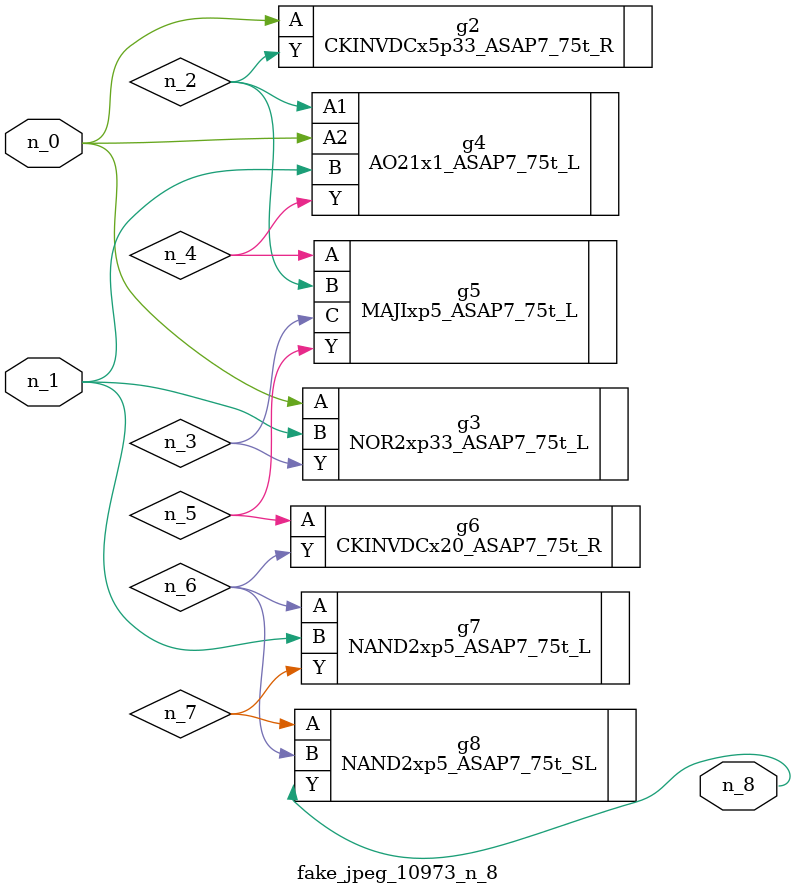
<source format=v>
module fake_jpeg_10973_n_8 (n_0, n_1, n_8);

input n_0;
input n_1;

output n_8;

wire n_3;
wire n_2;
wire n_4;
wire n_6;
wire n_5;
wire n_7;

CKINVDCx5p33_ASAP7_75t_R g2 ( 
.A(n_0),
.Y(n_2)
);

NOR2xp33_ASAP7_75t_L g3 ( 
.A(n_0),
.B(n_1),
.Y(n_3)
);

AO21x1_ASAP7_75t_L g4 ( 
.A1(n_2),
.A2(n_0),
.B(n_1),
.Y(n_4)
);

MAJIxp5_ASAP7_75t_L g5 ( 
.A(n_4),
.B(n_2),
.C(n_3),
.Y(n_5)
);

CKINVDCx20_ASAP7_75t_R g6 ( 
.A(n_5),
.Y(n_6)
);

NAND2xp5_ASAP7_75t_L g7 ( 
.A(n_6),
.B(n_1),
.Y(n_7)
);

NAND2xp5_ASAP7_75t_SL g8 ( 
.A(n_7),
.B(n_6),
.Y(n_8)
);


endmodule
</source>
